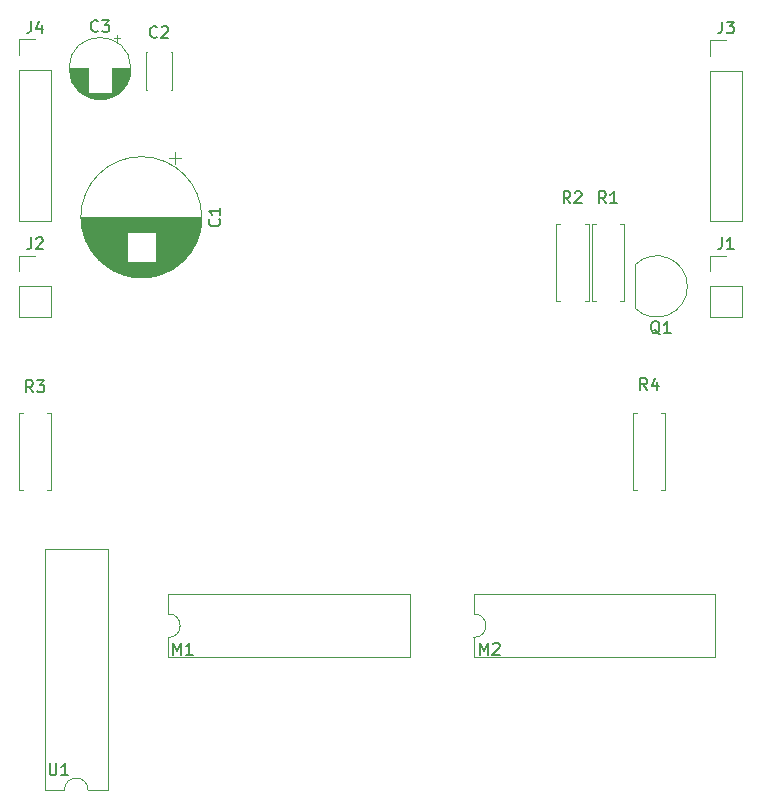
<source format=gbr>
%TF.GenerationSoftware,KiCad,Pcbnew,(6.0.9)*%
%TF.CreationDate,2022-12-23T11:45:05+05:30*%
%TF.ProjectId,IN-12 Panel,494e2d31-3220-4506-916e-656c2e6b6963,1.0*%
%TF.SameCoordinates,Original*%
%TF.FileFunction,Legend,Top*%
%TF.FilePolarity,Positive*%
%FSLAX46Y46*%
G04 Gerber Fmt 4.6, Leading zero omitted, Abs format (unit mm)*
G04 Created by KiCad (PCBNEW (6.0.9)) date 2022-12-23 11:45:05*
%MOMM*%
%LPD*%
G01*
G04 APERTURE LIST*
%ADD10C,0.150000*%
%ADD11C,0.120000*%
G04 APERTURE END LIST*
D10*
%TO.C,R3*%
X121333333Y-88952380D02*
X121000000Y-88476190D01*
X120761904Y-88952380D02*
X120761904Y-87952380D01*
X121142857Y-87952380D01*
X121238095Y-88000000D01*
X121285714Y-88047619D01*
X121333333Y-88142857D01*
X121333333Y-88285714D01*
X121285714Y-88380952D01*
X121238095Y-88428571D01*
X121142857Y-88476190D01*
X120761904Y-88476190D01*
X121666666Y-87952380D02*
X122285714Y-87952380D01*
X121952380Y-88333333D01*
X122095238Y-88333333D01*
X122190476Y-88380952D01*
X122238095Y-88428571D01*
X122285714Y-88523809D01*
X122285714Y-88761904D01*
X122238095Y-88857142D01*
X122190476Y-88904761D01*
X122095238Y-88952380D01*
X121809523Y-88952380D01*
X121714285Y-88904761D01*
X121666666Y-88857142D01*
%TO.C,R1*%
X169833333Y-72952380D02*
X169500000Y-72476190D01*
X169261904Y-72952380D02*
X169261904Y-71952380D01*
X169642857Y-71952380D01*
X169738095Y-72000000D01*
X169785714Y-72047619D01*
X169833333Y-72142857D01*
X169833333Y-72285714D01*
X169785714Y-72380952D01*
X169738095Y-72428571D01*
X169642857Y-72476190D01*
X169261904Y-72476190D01*
X170785714Y-72952380D02*
X170214285Y-72952380D01*
X170500000Y-72952380D02*
X170500000Y-71952380D01*
X170404761Y-72095238D01*
X170309523Y-72190476D01*
X170214285Y-72238095D01*
%TO.C,J4*%
X121166666Y-57542380D02*
X121166666Y-58256666D01*
X121119047Y-58399523D01*
X121023809Y-58494761D01*
X120880952Y-58542380D01*
X120785714Y-58542380D01*
X122071428Y-57875714D02*
X122071428Y-58542380D01*
X121833333Y-57494761D02*
X121595238Y-58209047D01*
X122214285Y-58209047D01*
%TO.C,J1*%
X179666666Y-75847380D02*
X179666666Y-76561666D01*
X179619047Y-76704523D01*
X179523809Y-76799761D01*
X179380952Y-76847380D01*
X179285714Y-76847380D01*
X180666666Y-76847380D02*
X180095238Y-76847380D01*
X180380952Y-76847380D02*
X180380952Y-75847380D01*
X180285714Y-75990238D01*
X180190476Y-76085476D01*
X180095238Y-76133095D01*
%TO.C,J2*%
X121166666Y-75847380D02*
X121166666Y-76561666D01*
X121119047Y-76704523D01*
X121023809Y-76799761D01*
X120880952Y-76847380D01*
X120785714Y-76847380D01*
X121595238Y-75942619D02*
X121642857Y-75895000D01*
X121738095Y-75847380D01*
X121976190Y-75847380D01*
X122071428Y-75895000D01*
X122119047Y-75942619D01*
X122166666Y-76037857D01*
X122166666Y-76133095D01*
X122119047Y-76275952D01*
X121547619Y-76847380D01*
X122166666Y-76847380D01*
%TO.C,C1*%
X137107142Y-74298989D02*
X137154761Y-74346608D01*
X137202380Y-74489465D01*
X137202380Y-74584703D01*
X137154761Y-74727561D01*
X137059523Y-74822799D01*
X136964285Y-74870418D01*
X136773809Y-74918037D01*
X136630952Y-74918037D01*
X136440476Y-74870418D01*
X136345238Y-74822799D01*
X136250000Y-74727561D01*
X136202380Y-74584703D01*
X136202380Y-74489465D01*
X136250000Y-74346608D01*
X136297619Y-74298989D01*
X137202380Y-73346608D02*
X137202380Y-73918037D01*
X137202380Y-73632323D02*
X136202380Y-73632323D01*
X136345238Y-73727561D01*
X136440476Y-73822799D01*
X136488095Y-73918037D01*
%TO.C,C2*%
X131833333Y-58857142D02*
X131785714Y-58904761D01*
X131642857Y-58952380D01*
X131547619Y-58952380D01*
X131404761Y-58904761D01*
X131309523Y-58809523D01*
X131261904Y-58714285D01*
X131214285Y-58523809D01*
X131214285Y-58380952D01*
X131261904Y-58190476D01*
X131309523Y-58095238D01*
X131404761Y-58000000D01*
X131547619Y-57952380D01*
X131642857Y-57952380D01*
X131785714Y-58000000D01*
X131833333Y-58047619D01*
X132214285Y-58047619D02*
X132261904Y-58000000D01*
X132357142Y-57952380D01*
X132595238Y-57952380D01*
X132690476Y-58000000D01*
X132738095Y-58047619D01*
X132785714Y-58142857D01*
X132785714Y-58238095D01*
X132738095Y-58380952D01*
X132166666Y-58952380D01*
X132785714Y-58952380D01*
%TO.C,J3*%
X179666666Y-57582380D02*
X179666666Y-58296666D01*
X179619047Y-58439523D01*
X179523809Y-58534761D01*
X179380952Y-58582380D01*
X179285714Y-58582380D01*
X180047619Y-57582380D02*
X180666666Y-57582380D01*
X180333333Y-57963333D01*
X180476190Y-57963333D01*
X180571428Y-58010952D01*
X180619047Y-58058571D01*
X180666666Y-58153809D01*
X180666666Y-58391904D01*
X180619047Y-58487142D01*
X180571428Y-58534761D01*
X180476190Y-58582380D01*
X180190476Y-58582380D01*
X180095238Y-58534761D01*
X180047619Y-58487142D01*
%TO.C,R4*%
X173333333Y-88762380D02*
X173000000Y-88286190D01*
X172761904Y-88762380D02*
X172761904Y-87762380D01*
X173142857Y-87762380D01*
X173238095Y-87810000D01*
X173285714Y-87857619D01*
X173333333Y-87952857D01*
X173333333Y-88095714D01*
X173285714Y-88190952D01*
X173238095Y-88238571D01*
X173142857Y-88286190D01*
X172761904Y-88286190D01*
X174190476Y-88095714D02*
X174190476Y-88762380D01*
X173952380Y-87714761D02*
X173714285Y-88429047D01*
X174333333Y-88429047D01*
%TO.C,C3*%
X126833333Y-58357142D02*
X126785714Y-58404761D01*
X126642857Y-58452380D01*
X126547619Y-58452380D01*
X126404761Y-58404761D01*
X126309523Y-58309523D01*
X126261904Y-58214285D01*
X126214285Y-58023809D01*
X126214285Y-57880952D01*
X126261904Y-57690476D01*
X126309523Y-57595238D01*
X126404761Y-57500000D01*
X126547619Y-57452380D01*
X126642857Y-57452380D01*
X126785714Y-57500000D01*
X126833333Y-57547619D01*
X127166666Y-57452380D02*
X127785714Y-57452380D01*
X127452380Y-57833333D01*
X127595238Y-57833333D01*
X127690476Y-57880952D01*
X127738095Y-57928571D01*
X127785714Y-58023809D01*
X127785714Y-58261904D01*
X127738095Y-58357142D01*
X127690476Y-58404761D01*
X127595238Y-58452380D01*
X127309523Y-58452380D01*
X127214285Y-58404761D01*
X127166666Y-58357142D01*
%TO.C,R2*%
X166833333Y-72952380D02*
X166500000Y-72476190D01*
X166261904Y-72952380D02*
X166261904Y-71952380D01*
X166642857Y-71952380D01*
X166738095Y-72000000D01*
X166785714Y-72047619D01*
X166833333Y-72142857D01*
X166833333Y-72285714D01*
X166785714Y-72380952D01*
X166738095Y-72428571D01*
X166642857Y-72476190D01*
X166261904Y-72476190D01*
X167214285Y-72047619D02*
X167261904Y-72000000D01*
X167357142Y-71952380D01*
X167595238Y-71952380D01*
X167690476Y-72000000D01*
X167738095Y-72047619D01*
X167785714Y-72142857D01*
X167785714Y-72238095D01*
X167738095Y-72380952D01*
X167166666Y-72952380D01*
X167785714Y-72952380D01*
%TO.C,U1*%
X122738095Y-120382380D02*
X122738095Y-121191904D01*
X122785714Y-121287142D01*
X122833333Y-121334761D01*
X122928571Y-121382380D01*
X123119047Y-121382380D01*
X123214285Y-121334761D01*
X123261904Y-121287142D01*
X123309523Y-121191904D01*
X123309523Y-120382380D01*
X124309523Y-121382380D02*
X123738095Y-121382380D01*
X124023809Y-121382380D02*
X124023809Y-120382380D01*
X123928571Y-120525238D01*
X123833333Y-120620476D01*
X123738095Y-120668095D01*
%TO.C,Q1*%
X174404761Y-84047619D02*
X174309523Y-84000000D01*
X174214285Y-83904761D01*
X174071428Y-83761904D01*
X173976190Y-83714285D01*
X173880952Y-83714285D01*
X173928571Y-83952380D02*
X173833333Y-83904761D01*
X173738095Y-83809523D01*
X173690476Y-83619047D01*
X173690476Y-83285714D01*
X173738095Y-83095238D01*
X173833333Y-83000000D01*
X173928571Y-82952380D01*
X174119047Y-82952380D01*
X174214285Y-83000000D01*
X174309523Y-83095238D01*
X174357142Y-83285714D01*
X174357142Y-83619047D01*
X174309523Y-83809523D01*
X174214285Y-83904761D01*
X174119047Y-83952380D01*
X173928571Y-83952380D01*
X175309523Y-83952380D02*
X174738095Y-83952380D01*
X175023809Y-83952380D02*
X175023809Y-82952380D01*
X174928571Y-83095238D01*
X174833333Y-83190476D01*
X174738095Y-83238095D01*
%TO.C,M2*%
X159184315Y-111182380D02*
X159184315Y-110182380D01*
X159517648Y-110896666D01*
X159850981Y-110182380D01*
X159850981Y-111182380D01*
X160279553Y-110277619D02*
X160327172Y-110230000D01*
X160422410Y-110182380D01*
X160660505Y-110182380D01*
X160755743Y-110230000D01*
X160803362Y-110277619D01*
X160850981Y-110372857D01*
X160850981Y-110468095D01*
X160803362Y-110610952D01*
X160231934Y-111182380D01*
X160850981Y-111182380D01*
%TO.C,M1*%
X133184315Y-111182380D02*
X133184315Y-110182380D01*
X133517648Y-110896666D01*
X133850981Y-110182380D01*
X133850981Y-111182380D01*
X134850981Y-111182380D02*
X134279553Y-111182380D01*
X134565267Y-111182380D02*
X134565267Y-110182380D01*
X134470029Y-110325238D01*
X134374791Y-110420476D01*
X134279553Y-110468095D01*
D11*
%TO.C,R3*%
X122540000Y-97270000D02*
X122870000Y-97270000D01*
X122870000Y-97270000D02*
X122870000Y-90730000D01*
X120130000Y-90730000D02*
X120460000Y-90730000D01*
X120460000Y-97270000D02*
X120130000Y-97270000D01*
X122870000Y-90730000D02*
X122540000Y-90730000D01*
X120130000Y-97270000D02*
X120130000Y-90730000D01*
%TO.C,R1*%
X171040000Y-74730000D02*
X171370000Y-74730000D01*
X168630000Y-74730000D02*
X168630000Y-81270000D01*
X171370000Y-81270000D02*
X171040000Y-81270000D01*
X168630000Y-81270000D02*
X168960000Y-81270000D01*
X168960000Y-74730000D02*
X168630000Y-74730000D01*
X171370000Y-74730000D02*
X171370000Y-81270000D01*
%TO.C,J4*%
X120170000Y-59090000D02*
X121500000Y-59090000D01*
X120170000Y-74450000D02*
X122830000Y-74450000D01*
X120170000Y-61690000D02*
X122830000Y-61690000D01*
X122830000Y-61690000D02*
X122830000Y-74450000D01*
X120170000Y-61690000D02*
X120170000Y-74450000D01*
X120170000Y-60420000D02*
X120170000Y-59090000D01*
%TO.C,J1*%
X178670000Y-82595000D02*
X181330000Y-82595000D01*
X178670000Y-77395000D02*
X180000000Y-77395000D01*
X178670000Y-78725000D02*
X178670000Y-77395000D01*
X181330000Y-79995000D02*
X181330000Y-82595000D01*
X178670000Y-79995000D02*
X181330000Y-79995000D01*
X178670000Y-79995000D02*
X178670000Y-82595000D01*
%TO.C,J2*%
X120170000Y-79995000D02*
X120170000Y-82595000D01*
X120170000Y-79995000D02*
X122830000Y-79995000D01*
X120170000Y-82595000D02*
X122830000Y-82595000D01*
X122830000Y-79995000D02*
X122830000Y-82595000D01*
X120170000Y-78725000D02*
X120170000Y-77395000D01*
X120170000Y-77395000D02*
X121500000Y-77395000D01*
%TO.C,C1*%
X129259000Y-75453323D02*
X125593000Y-75453323D01*
X129259000Y-75653323D02*
X125650000Y-75653323D01*
X134917000Y-76653323D02*
X131741000Y-76653323D01*
X132865000Y-78653323D02*
X128135000Y-78653323D01*
X134425000Y-77373323D02*
X131741000Y-77373323D01*
X129259000Y-75733323D02*
X125676000Y-75733323D01*
X133079000Y-78533323D02*
X127921000Y-78533323D01*
X135324000Y-75733323D02*
X131741000Y-75733323D01*
X131730000Y-79093323D02*
X129270000Y-79093323D01*
X129259000Y-77053323D02*
X126334000Y-77053323D01*
X133500000Y-78253323D02*
X127500000Y-78253323D01*
X135283000Y-75853323D02*
X131741000Y-75853323D01*
X135407000Y-75453323D02*
X131741000Y-75453323D01*
X135545000Y-74732323D02*
X125455000Y-74732323D01*
X134721000Y-76973323D02*
X131741000Y-76973323D01*
X135297000Y-75813323D02*
X131741000Y-75813323D01*
X129259000Y-76573323D02*
X126038000Y-76573323D01*
X129259000Y-77293323D02*
X126511000Y-77293323D01*
X133389000Y-78333323D02*
X127611000Y-78333323D01*
X129259000Y-75973323D02*
X125762000Y-75973323D01*
X129259000Y-77373323D02*
X126575000Y-77373323D01*
X134871000Y-76733323D02*
X131741000Y-76733323D01*
X132789000Y-78693323D02*
X128211000Y-78693323D01*
X129259000Y-76173323D02*
X125843000Y-76173323D01*
X129259000Y-75813323D02*
X125703000Y-75813323D01*
X135447000Y-75293323D02*
X125553000Y-75293323D01*
X129259000Y-77653323D02*
X126821000Y-77653323D01*
X135580000Y-74212323D02*
X125420000Y-74212323D01*
X133706000Y-78093323D02*
X127294000Y-78093323D01*
X135504000Y-75013323D02*
X125496000Y-75013323D01*
X133875000Y-69152677D02*
X132875000Y-69152677D01*
X135385000Y-75533323D02*
X131741000Y-75533323D01*
X129259000Y-76053323D02*
X125793000Y-76053323D01*
X135580000Y-74132323D02*
X125420000Y-74132323D01*
X129259000Y-77533323D02*
X126711000Y-77533323D01*
X134179000Y-77653323D02*
X131741000Y-77653323D01*
X135238000Y-75973323D02*
X131741000Y-75973323D01*
X129259000Y-76253323D02*
X125879000Y-76253323D01*
X129259000Y-75493323D02*
X125603000Y-75493323D01*
X135558000Y-74612323D02*
X125442000Y-74612323D01*
X135428000Y-75373323D02*
X125572000Y-75373323D01*
X129259000Y-77453323D02*
X126642000Y-77453323D01*
X134666000Y-77053323D02*
X131741000Y-77053323D01*
X135418000Y-75413323D02*
X131741000Y-75413323D01*
X135524000Y-74893323D02*
X125476000Y-74893323D01*
X134520000Y-77253323D02*
X131741000Y-77253323D01*
X129259000Y-76413323D02*
X125955000Y-76413323D01*
X135465000Y-75213323D02*
X125535000Y-75213323D01*
X135103000Y-76293323D02*
X131741000Y-76293323D01*
X135350000Y-75653323D02*
X131741000Y-75653323D01*
X132346000Y-78893323D02*
X128654000Y-78893323D01*
X129259000Y-75693323D02*
X125663000Y-75693323D01*
X134550000Y-77213323D02*
X131741000Y-77213323D01*
X135535000Y-74812323D02*
X125465000Y-74812323D01*
X133606000Y-78173323D02*
X127394000Y-78173323D01*
X129259000Y-77493323D02*
X126676000Y-77493323D01*
X135474000Y-75173323D02*
X125526000Y-75173323D01*
X134392000Y-77413323D02*
X131741000Y-77413323D01*
X132130000Y-78973323D02*
X128870000Y-78973323D01*
X129259000Y-77333323D02*
X126543000Y-77333323D01*
X135254000Y-75933323D02*
X131741000Y-75933323D01*
X129259000Y-76893323D02*
X126227000Y-76893323D01*
X135174000Y-76133323D02*
X131741000Y-76133323D01*
X135139000Y-76213323D02*
X131741000Y-76213323D01*
X135456000Y-75253323D02*
X125544000Y-75253323D01*
X135554000Y-74652323D02*
X125446000Y-74652323D01*
X129259000Y-76493323D02*
X125996000Y-76493323D01*
X129259000Y-77773323D02*
X126939000Y-77773323D01*
X129259000Y-77253323D02*
X126480000Y-77253323D01*
X129259000Y-77413323D02*
X126608000Y-77413323D01*
X133145000Y-78493323D02*
X127855000Y-78493323D01*
X129259000Y-77173323D02*
X126420000Y-77173323D01*
X134823000Y-76813323D02*
X131741000Y-76813323D01*
X134358000Y-77453323D02*
X131741000Y-77453323D01*
X129259000Y-75933323D02*
X125746000Y-75933323D01*
X131562000Y-79133323D02*
X129438000Y-79133323D01*
X135573000Y-74412323D02*
X125427000Y-74412323D01*
X132242000Y-78933323D02*
X128758000Y-78933323D01*
X133554000Y-78213323D02*
X127446000Y-78213323D01*
X129259000Y-77613323D02*
X126784000Y-77613323D01*
X133270000Y-78413323D02*
X127730000Y-78413323D01*
X135374000Y-75573323D02*
X131741000Y-75573323D01*
X133978000Y-77853323D02*
X131741000Y-77853323D01*
X129259000Y-75613323D02*
X125638000Y-75613323D01*
X129259000Y-77693323D02*
X126860000Y-77693323D01*
X135337000Y-75693323D02*
X131741000Y-75693323D01*
X129259000Y-76293323D02*
X125897000Y-76293323D01*
X131878000Y-79053323D02*
X129122000Y-79053323D01*
X133892000Y-77933323D02*
X127108000Y-77933323D01*
X129259000Y-75533323D02*
X125615000Y-75533323D01*
X129259000Y-75893323D02*
X125732000Y-75893323D01*
X135550000Y-74692323D02*
X125450000Y-74692323D01*
X134061000Y-77773323D02*
X131741000Y-77773323D01*
X135565000Y-74532323D02*
X125435000Y-74532323D01*
X134940000Y-76613323D02*
X131741000Y-76613323D01*
X132939000Y-78613323D02*
X128061000Y-78613323D01*
X135362000Y-75613323D02*
X131741000Y-75613323D01*
X129259000Y-75853323D02*
X125717000Y-75853323D01*
X129259000Y-76813323D02*
X126177000Y-76813323D01*
X133330000Y-78373323D02*
X127670000Y-78373323D01*
X135568000Y-74492323D02*
X125432000Y-74492323D01*
X134773000Y-76893323D02*
X131741000Y-76893323D01*
X135570000Y-74452323D02*
X125430000Y-74452323D01*
X129259000Y-76453323D02*
X125975000Y-76453323D01*
X129259000Y-75573323D02*
X125626000Y-75573323D01*
X129259000Y-77133323D02*
X126390000Y-77133323D01*
X134694000Y-77013323D02*
X131741000Y-77013323D01*
X134895000Y-76693323D02*
X131741000Y-76693323D01*
X134983000Y-76533323D02*
X131741000Y-76533323D01*
X135268000Y-75893323D02*
X131741000Y-75893323D01*
X134962000Y-76573323D02*
X131741000Y-76573323D01*
X129259000Y-77813323D02*
X126980000Y-77813323D01*
X133936000Y-77893323D02*
X127064000Y-77893323D01*
X129259000Y-76093323D02*
X125810000Y-76093323D01*
X132537000Y-78813323D02*
X128463000Y-78813323D01*
X132444000Y-78853323D02*
X128556000Y-78853323D01*
X129259000Y-77733323D02*
X126899000Y-77733323D01*
X135064000Y-76373323D02*
X131741000Y-76373323D01*
X135223000Y-76013323D02*
X131741000Y-76013323D01*
X135562000Y-74572323D02*
X125438000Y-74572323D01*
X135121000Y-76253323D02*
X131741000Y-76253323D01*
X135438000Y-75333323D02*
X125562000Y-75333323D01*
X135518000Y-74933323D02*
X125482000Y-74933323D01*
X135490000Y-75093323D02*
X125510000Y-75093323D01*
X131362000Y-79173323D02*
X129638000Y-79173323D01*
X134253000Y-77573323D02*
X131741000Y-77573323D01*
X134580000Y-77173323D02*
X131741000Y-77173323D01*
X129259000Y-77093323D02*
X126362000Y-77093323D01*
X134457000Y-77333323D02*
X131741000Y-77333323D01*
X135004000Y-76493323D02*
X131741000Y-76493323D01*
X129259000Y-76133323D02*
X125826000Y-76133323D01*
X135045000Y-76413323D02*
X131741000Y-76413323D01*
X133375000Y-68652677D02*
X133375000Y-69652677D01*
X135207000Y-76053323D02*
X131741000Y-76053323D01*
X134798000Y-76853323D02*
X131741000Y-76853323D01*
X129259000Y-77213323D02*
X126450000Y-77213323D01*
X133754000Y-78053323D02*
X127246000Y-78053323D01*
X129259000Y-76613323D02*
X126060000Y-76613323D01*
X129259000Y-76773323D02*
X126153000Y-76773323D01*
X134140000Y-77693323D02*
X131741000Y-77693323D01*
X129259000Y-76533323D02*
X126017000Y-76533323D01*
X129259000Y-77573323D02*
X126747000Y-77573323D01*
X129259000Y-76853323D02*
X126202000Y-76853323D01*
X129259000Y-76693323D02*
X126105000Y-76693323D01*
X129259000Y-75773323D02*
X125689000Y-75773323D01*
X135579000Y-74252323D02*
X125421000Y-74252323D01*
X129259000Y-76933323D02*
X126253000Y-76933323D01*
X134847000Y-76773323D02*
X131741000Y-76773323D01*
X135580000Y-74172323D02*
X125420000Y-74172323D01*
X135157000Y-76173323D02*
X131741000Y-76173323D01*
X133847000Y-77973323D02*
X127153000Y-77973323D01*
X135497000Y-75053323D02*
X125503000Y-75053323D01*
X135577000Y-74332323D02*
X125423000Y-74332323D01*
X135530000Y-74853323D02*
X125470000Y-74853323D01*
X133010000Y-78573323D02*
X127990000Y-78573323D01*
X132010000Y-79013323D02*
X128990000Y-79013323D01*
X129259000Y-76013323D02*
X125777000Y-76013323D01*
X129259000Y-75413323D02*
X125582000Y-75413323D01*
X131099000Y-79213323D02*
X129901000Y-79213323D01*
X134101000Y-77733323D02*
X131741000Y-77733323D01*
X133445000Y-78293323D02*
X127555000Y-78293323D01*
X134216000Y-77613323D02*
X131741000Y-77613323D01*
X133209000Y-78453323D02*
X127791000Y-78453323D01*
X129259000Y-76733323D02*
X126129000Y-76733323D01*
X135190000Y-76093323D02*
X131741000Y-76093323D01*
X135540000Y-74772323D02*
X125460000Y-74772323D01*
X134020000Y-77813323D02*
X131741000Y-77813323D01*
X133656000Y-78133323D02*
X127344000Y-78133323D01*
X129259000Y-76213323D02*
X125861000Y-76213323D01*
X132709000Y-78733323D02*
X128291000Y-78733323D01*
X134638000Y-77093323D02*
X131741000Y-77093323D01*
X133801000Y-78013323D02*
X127199000Y-78013323D01*
X134489000Y-77293323D02*
X131741000Y-77293323D01*
X132625000Y-78773323D02*
X128375000Y-78773323D01*
X129259000Y-76373323D02*
X125936000Y-76373323D01*
X134610000Y-77133323D02*
X131741000Y-77133323D01*
X129259000Y-77013323D02*
X126306000Y-77013323D01*
X129259000Y-77853323D02*
X127022000Y-77853323D01*
X134747000Y-76933323D02*
X131741000Y-76933323D01*
X135084000Y-76333323D02*
X131741000Y-76333323D01*
X135397000Y-75493323D02*
X131741000Y-75493323D01*
X135511000Y-74973323D02*
X125489000Y-74973323D01*
X135482000Y-75133323D02*
X125518000Y-75133323D01*
X129259000Y-76333323D02*
X125916000Y-76333323D01*
X135311000Y-75773323D02*
X131741000Y-75773323D01*
X135025000Y-76453323D02*
X131741000Y-76453323D01*
X129259000Y-76653323D02*
X126083000Y-76653323D01*
X134324000Y-77493323D02*
X131741000Y-77493323D01*
X129259000Y-76973323D02*
X126279000Y-76973323D01*
X134289000Y-77533323D02*
X131741000Y-77533323D01*
X135578000Y-74292323D02*
X125422000Y-74292323D01*
X135575000Y-74372323D02*
X125425000Y-74372323D01*
X135620000Y-74132323D02*
G75*
G03*
X135620000Y-74132323I-5120000J0D01*
G01*
%TO.C,C2*%
X130880000Y-63370000D02*
X130945000Y-63370000D01*
X133120000Y-63370000D02*
X133120000Y-60130000D01*
X130880000Y-63370000D02*
X130880000Y-60130000D01*
X133055000Y-63370000D02*
X133120000Y-63370000D01*
X133055000Y-60130000D02*
X133120000Y-60130000D01*
X130880000Y-60130000D02*
X130945000Y-60130000D01*
%TO.C,J3*%
X178670000Y-61730000D02*
X178670000Y-74490000D01*
X178670000Y-74490000D02*
X181330000Y-74490000D01*
X178670000Y-59130000D02*
X180000000Y-59130000D01*
X178670000Y-61730000D02*
X181330000Y-61730000D01*
X178670000Y-60460000D02*
X178670000Y-59130000D01*
X181330000Y-61730000D02*
X181330000Y-74490000D01*
%TO.C,R4*%
X174870000Y-90730000D02*
X174540000Y-90730000D01*
X174870000Y-97270000D02*
X174870000Y-90730000D01*
X172130000Y-90730000D02*
X172460000Y-90730000D01*
X172460000Y-97270000D02*
X172130000Y-97270000D01*
X174540000Y-97270000D02*
X174870000Y-97270000D01*
X172130000Y-97270000D02*
X172130000Y-90730000D01*
%TO.C,C3*%
X129480000Y-62265888D02*
X128040000Y-62265888D01*
X125960000Y-62705888D02*
X124690000Y-62705888D01*
X129122000Y-63025888D02*
X128040000Y-63025888D01*
X125960000Y-62545888D02*
X124618000Y-62545888D01*
X125960000Y-62665888D02*
X124671000Y-62665888D01*
X125960000Y-62825888D02*
X124753000Y-62825888D01*
X125960000Y-61904888D02*
X124444000Y-61904888D01*
X128826000Y-63385888D02*
X128040000Y-63385888D01*
X125960000Y-62585888D02*
X124635000Y-62585888D01*
X125960000Y-63305888D02*
X125099000Y-63305888D01*
X128500000Y-63665888D02*
X125500000Y-63665888D01*
X128605000Y-63585888D02*
X125395000Y-63585888D01*
X129065000Y-63105888D02*
X128040000Y-63105888D01*
X125960000Y-63185888D02*
X124996000Y-63185888D01*
X125960000Y-62024888D02*
X124464000Y-62024888D01*
X125960000Y-61864888D02*
X124439000Y-61864888D01*
X128864000Y-63345888D02*
X128040000Y-63345888D01*
X125960000Y-63065888D02*
X124905000Y-63065888D01*
X125960000Y-61664888D02*
X124422000Y-61664888D01*
X128937000Y-63265888D02*
X128040000Y-63265888D01*
X125960000Y-62345888D02*
X124545000Y-62345888D01*
X128725000Y-58990113D02*
X128225000Y-58990113D01*
X125960000Y-62385888D02*
X124558000Y-62385888D01*
X129579000Y-61624888D02*
X128040000Y-61624888D01*
X128699000Y-63505888D02*
X128040000Y-63505888D01*
X129578000Y-61664888D02*
X128040000Y-61664888D01*
X129520000Y-62104888D02*
X128040000Y-62104888D01*
X125960000Y-63225888D02*
X125029000Y-63225888D01*
X129268000Y-62785888D02*
X128040000Y-62785888D01*
X127677000Y-64065888D02*
X126323000Y-64065888D01*
X128443000Y-63705888D02*
X125557000Y-63705888D01*
X129175000Y-62945888D02*
X128040000Y-62945888D01*
X129556000Y-61904888D02*
X128040000Y-61904888D01*
X129348000Y-62625888D02*
X128040000Y-62625888D01*
X129561000Y-61864888D02*
X128040000Y-61864888D01*
X129004000Y-63185888D02*
X128040000Y-63185888D01*
X125960000Y-61704888D02*
X124424000Y-61704888D01*
X125960000Y-61984888D02*
X124457000Y-61984888D01*
X125960000Y-62865888D02*
X124776000Y-62865888D01*
X129455000Y-62345888D02*
X128040000Y-62345888D01*
X127915000Y-63985888D02*
X126085000Y-63985888D01*
X125960000Y-61544888D02*
X124420000Y-61544888D01*
X129329000Y-62665888D02*
X128040000Y-62665888D01*
X125960000Y-62224888D02*
X124509000Y-62224888D01*
X129398000Y-62505888D02*
X128040000Y-62505888D01*
X125960000Y-62785888D02*
X124732000Y-62785888D01*
X129247000Y-62825888D02*
X128040000Y-62825888D01*
X125960000Y-61824888D02*
X124435000Y-61824888D01*
X129511000Y-62144888D02*
X128040000Y-62144888D01*
X125960000Y-62184888D02*
X124499000Y-62184888D01*
X128475000Y-58740113D02*
X128475000Y-59240113D01*
X129536000Y-62024888D02*
X128040000Y-62024888D01*
X125960000Y-62425888D02*
X124572000Y-62425888D01*
X125960000Y-62745888D02*
X124710000Y-62745888D01*
X127805000Y-64025888D02*
X126195000Y-64025888D01*
X128098000Y-63905888D02*
X125902000Y-63905888D01*
X125960000Y-62905888D02*
X124800000Y-62905888D01*
X128785000Y-63425888D02*
X128040000Y-63425888D01*
X125960000Y-63465888D02*
X125257000Y-63465888D01*
X128383000Y-63745888D02*
X125617000Y-63745888D01*
X125960000Y-63265888D02*
X125063000Y-63265888D01*
X129200000Y-62905888D02*
X128040000Y-62905888D01*
X129365000Y-62585888D02*
X128040000Y-62585888D01*
X129382000Y-62545888D02*
X128040000Y-62545888D01*
X125960000Y-62305888D02*
X124532000Y-62305888D01*
X129149000Y-62985888D02*
X128040000Y-62985888D01*
X125960000Y-61784888D02*
X124431000Y-61784888D01*
X125960000Y-62064888D02*
X124472000Y-62064888D01*
X125960000Y-62945888D02*
X124825000Y-62945888D01*
X129491000Y-62224888D02*
X128040000Y-62224888D01*
X125960000Y-63505888D02*
X125301000Y-63505888D01*
X129565000Y-61824888D02*
X128040000Y-61824888D01*
X129414000Y-62465888D02*
X128040000Y-62465888D01*
X129468000Y-62305888D02*
X128040000Y-62305888D01*
X125960000Y-61624888D02*
X124421000Y-61624888D01*
X129224000Y-62865888D02*
X128040000Y-62865888D01*
X129576000Y-61704888D02*
X128040000Y-61704888D01*
X125960000Y-62104888D02*
X124480000Y-62104888D01*
X125960000Y-62625888D02*
X124652000Y-62625888D01*
X125960000Y-63025888D02*
X124878000Y-63025888D01*
X125960000Y-63425888D02*
X125215000Y-63425888D01*
X125960000Y-62465888D02*
X124586000Y-62465888D01*
X125960000Y-62265888D02*
X124520000Y-62265888D01*
X129569000Y-61784888D02*
X128040000Y-61784888D01*
X128251000Y-63825888D02*
X125749000Y-63825888D01*
X125960000Y-63545888D02*
X125347000Y-63545888D01*
X127284000Y-64145888D02*
X126716000Y-64145888D01*
X129290000Y-62745888D02*
X128040000Y-62745888D01*
X125960000Y-63345888D02*
X125136000Y-63345888D01*
X129528000Y-62064888D02*
X128040000Y-62064888D01*
X125960000Y-61744888D02*
X124427000Y-61744888D01*
X125960000Y-62985888D02*
X124851000Y-62985888D01*
X129573000Y-61744888D02*
X128040000Y-61744888D01*
X125960000Y-63105888D02*
X124935000Y-63105888D01*
X125960000Y-63145888D02*
X124965000Y-63145888D01*
X125960000Y-62505888D02*
X124602000Y-62505888D01*
X129095000Y-63065888D02*
X128040000Y-63065888D01*
X125960000Y-61944888D02*
X124450000Y-61944888D01*
X129442000Y-62385888D02*
X128040000Y-62385888D01*
X129550000Y-61944888D02*
X128040000Y-61944888D01*
X129543000Y-61984888D02*
X128040000Y-61984888D01*
X128319000Y-63785888D02*
X125681000Y-63785888D01*
X125960000Y-63385888D02*
X125174000Y-63385888D01*
X128011000Y-63945888D02*
X125989000Y-63945888D01*
X129310000Y-62705888D02*
X128040000Y-62705888D01*
X128554000Y-63625888D02*
X125446000Y-63625888D01*
X128901000Y-63305888D02*
X128040000Y-63305888D01*
X129035000Y-63145888D02*
X128040000Y-63145888D01*
X129501000Y-62184888D02*
X128040000Y-62184888D01*
X125960000Y-61584888D02*
X124420000Y-61584888D01*
X129428000Y-62425888D02*
X128040000Y-62425888D01*
X125960000Y-62144888D02*
X124489000Y-62144888D01*
X129580000Y-61584888D02*
X128040000Y-61584888D01*
X128743000Y-63465888D02*
X128040000Y-63465888D01*
X128178000Y-63865888D02*
X125822000Y-63865888D01*
X129580000Y-61544888D02*
X128040000Y-61544888D01*
X128653000Y-63545888D02*
X128040000Y-63545888D01*
X128971000Y-63225888D02*
X128040000Y-63225888D01*
X127518000Y-64105888D02*
X126482000Y-64105888D01*
X129620000Y-61544888D02*
G75*
G03*
X129620000Y-61544888I-2620000J0D01*
G01*
%TO.C,R2*%
X168040000Y-74730000D02*
X168370000Y-74730000D01*
X168370000Y-74730000D02*
X168370000Y-81270000D01*
X165960000Y-74730000D02*
X165630000Y-74730000D01*
X165630000Y-74730000D02*
X165630000Y-81270000D01*
X168370000Y-81270000D02*
X168040000Y-81270000D01*
X165630000Y-81270000D02*
X165960000Y-81270000D01*
%TO.C,U1*%
X125990000Y-122635000D02*
G75*
G03*
X123990000Y-122635000I-1000000J0D01*
G01*
X127640000Y-122635000D02*
X127640000Y-102195000D01*
X125990000Y-122635000D02*
X127640000Y-122635000D01*
X122340000Y-102195000D02*
X122340000Y-122635000D01*
X127640000Y-102195000D02*
X122340000Y-102195000D01*
X122340000Y-122635000D02*
X123990000Y-122635000D01*
%TO.C,Q1*%
X172290000Y-78200000D02*
X172290000Y-81800000D01*
X176740001Y-80000000D02*
G75*
G03*
X172301522Y-78161522I-2600001J0D01*
G01*
X172301522Y-81838478D02*
G75*
G03*
X176740000Y-80000000I1838478J1838478D01*
G01*
%TO.C,M2*%
X158663839Y-109720000D02*
G75*
G03*
X158663839Y-107720000I0J1000000D01*
G01*
X179103839Y-106070000D02*
X158663839Y-106070000D01*
X158663839Y-106070000D02*
X158663839Y-107720000D01*
X158663839Y-111370000D02*
X179103839Y-111370000D01*
X179103839Y-111370000D02*
X179103839Y-106070000D01*
X158663839Y-109720000D02*
X158663839Y-111370000D01*
%TO.C,M1*%
X132788839Y-109720000D02*
G75*
G03*
X132788839Y-107720000I0J1000000D01*
G01*
X132788839Y-111370000D02*
X153228839Y-111370000D01*
X153228839Y-111370000D02*
X153228839Y-106070000D01*
X132788839Y-109720000D02*
X132788839Y-111370000D01*
X153228839Y-106070000D02*
X132788839Y-106070000D01*
X132788839Y-106070000D02*
X132788839Y-107720000D01*
%TD*%
M02*

</source>
